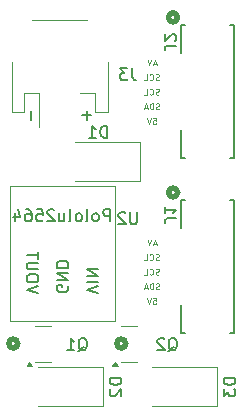
<source format=gbr>
%TF.GenerationSoftware,KiCad,Pcbnew,9.0.1*%
%TF.CreationDate,2025-06-09T01:02:34-04:00*%
%TF.ProjectId,Pneumatactors_1Xiao_PiezoPumps_2Valves,506e6575-6d61-4746-9163-746f72735f31,rev?*%
%TF.SameCoordinates,Original*%
%TF.FileFunction,Legend,Bot*%
%TF.FilePolarity,Positive*%
%FSLAX46Y46*%
G04 Gerber Fmt 4.6, Leading zero omitted, Abs format (unit mm)*
G04 Created by KiCad (PCBNEW 9.0.1) date 2025-06-09 01:02:34*
%MOMM*%
%LPD*%
G01*
G04 APERTURE LIST*
%ADD10C,0.150000*%
%ADD11C,0.125000*%
%ADD12C,0.508000*%
%ADD13C,0.120000*%
%ADD14C,0.152400*%
%ADD15C,0.100000*%
G04 APERTURE END LIST*
D10*
X32712866Y-61976048D02*
X32712866Y-62737953D01*
D11*
X43259332Y-57993952D02*
X43021237Y-57993952D01*
X43306951Y-58136809D02*
X43140285Y-57636809D01*
X43140285Y-57636809D02*
X42973618Y-58136809D01*
X42878380Y-57636809D02*
X42711714Y-58136809D01*
X42711714Y-58136809D02*
X42545047Y-57636809D01*
D10*
X37411866Y-61976048D02*
X37411866Y-62737953D01*
X37792819Y-62357000D02*
X37030914Y-62357000D01*
D11*
X43021237Y-77829809D02*
X43259332Y-77829809D01*
X43259332Y-77829809D02*
X43283141Y-78067904D01*
X43283141Y-78067904D02*
X43259332Y-78044095D01*
X43259332Y-78044095D02*
X43211713Y-78020285D01*
X43211713Y-78020285D02*
X43092665Y-78020285D01*
X43092665Y-78020285D02*
X43045046Y-78044095D01*
X43045046Y-78044095D02*
X43021237Y-78067904D01*
X43021237Y-78067904D02*
X42997427Y-78115523D01*
X42997427Y-78115523D02*
X42997427Y-78234571D01*
X42997427Y-78234571D02*
X43021237Y-78282190D01*
X43021237Y-78282190D02*
X43045046Y-78306000D01*
X43045046Y-78306000D02*
X43092665Y-78329809D01*
X43092665Y-78329809D02*
X43211713Y-78329809D01*
X43211713Y-78329809D02*
X43259332Y-78306000D01*
X43259332Y-78306000D02*
X43283141Y-78282190D01*
X42854570Y-77829809D02*
X42687904Y-78329809D01*
X42687904Y-78329809D02*
X42521237Y-77829809D01*
X43521237Y-74591250D02*
X43449809Y-74615059D01*
X43449809Y-74615059D02*
X43330761Y-74615059D01*
X43330761Y-74615059D02*
X43283142Y-74591250D01*
X43283142Y-74591250D02*
X43259333Y-74567440D01*
X43259333Y-74567440D02*
X43235523Y-74519821D01*
X43235523Y-74519821D02*
X43235523Y-74472202D01*
X43235523Y-74472202D02*
X43259333Y-74424583D01*
X43259333Y-74424583D02*
X43283142Y-74400773D01*
X43283142Y-74400773D02*
X43330761Y-74376964D01*
X43330761Y-74376964D02*
X43425999Y-74353154D01*
X43425999Y-74353154D02*
X43473618Y-74329345D01*
X43473618Y-74329345D02*
X43497428Y-74305535D01*
X43497428Y-74305535D02*
X43521237Y-74257916D01*
X43521237Y-74257916D02*
X43521237Y-74210297D01*
X43521237Y-74210297D02*
X43497428Y-74162678D01*
X43497428Y-74162678D02*
X43473618Y-74138869D01*
X43473618Y-74138869D02*
X43425999Y-74115059D01*
X43425999Y-74115059D02*
X43306952Y-74115059D01*
X43306952Y-74115059D02*
X43235523Y-74138869D01*
X42735524Y-74567440D02*
X42759333Y-74591250D01*
X42759333Y-74591250D02*
X42830762Y-74615059D01*
X42830762Y-74615059D02*
X42878381Y-74615059D01*
X42878381Y-74615059D02*
X42949809Y-74591250D01*
X42949809Y-74591250D02*
X42997428Y-74543630D01*
X42997428Y-74543630D02*
X43021238Y-74496011D01*
X43021238Y-74496011D02*
X43045047Y-74400773D01*
X43045047Y-74400773D02*
X43045047Y-74329345D01*
X43045047Y-74329345D02*
X43021238Y-74234107D01*
X43021238Y-74234107D02*
X42997428Y-74186488D01*
X42997428Y-74186488D02*
X42949809Y-74138869D01*
X42949809Y-74138869D02*
X42878381Y-74115059D01*
X42878381Y-74115059D02*
X42830762Y-74115059D01*
X42830762Y-74115059D02*
X42759333Y-74138869D01*
X42759333Y-74138869D02*
X42735524Y-74162678D01*
X42283143Y-74615059D02*
X42521238Y-74615059D01*
X42521238Y-74615059D02*
X42521238Y-74115059D01*
X43021237Y-62589809D02*
X43259332Y-62589809D01*
X43259332Y-62589809D02*
X43283141Y-62827904D01*
X43283141Y-62827904D02*
X43259332Y-62804095D01*
X43259332Y-62804095D02*
X43211713Y-62780285D01*
X43211713Y-62780285D02*
X43092665Y-62780285D01*
X43092665Y-62780285D02*
X43045046Y-62804095D01*
X43045046Y-62804095D02*
X43021237Y-62827904D01*
X43021237Y-62827904D02*
X42997427Y-62875523D01*
X42997427Y-62875523D02*
X42997427Y-62994571D01*
X42997427Y-62994571D02*
X43021237Y-63042190D01*
X43021237Y-63042190D02*
X43045046Y-63066000D01*
X43045046Y-63066000D02*
X43092665Y-63089809D01*
X43092665Y-63089809D02*
X43211713Y-63089809D01*
X43211713Y-63089809D02*
X43259332Y-63066000D01*
X43259332Y-63066000D02*
X43283141Y-63042190D01*
X42854570Y-62589809D02*
X42687904Y-63089809D01*
X42687904Y-63089809D02*
X42521237Y-62589809D01*
X43521237Y-59351250D02*
X43449809Y-59375059D01*
X43449809Y-59375059D02*
X43330761Y-59375059D01*
X43330761Y-59375059D02*
X43283142Y-59351250D01*
X43283142Y-59351250D02*
X43259333Y-59327440D01*
X43259333Y-59327440D02*
X43235523Y-59279821D01*
X43235523Y-59279821D02*
X43235523Y-59232202D01*
X43235523Y-59232202D02*
X43259333Y-59184583D01*
X43259333Y-59184583D02*
X43283142Y-59160773D01*
X43283142Y-59160773D02*
X43330761Y-59136964D01*
X43330761Y-59136964D02*
X43425999Y-59113154D01*
X43425999Y-59113154D02*
X43473618Y-59089345D01*
X43473618Y-59089345D02*
X43497428Y-59065535D01*
X43497428Y-59065535D02*
X43521237Y-59017916D01*
X43521237Y-59017916D02*
X43521237Y-58970297D01*
X43521237Y-58970297D02*
X43497428Y-58922678D01*
X43497428Y-58922678D02*
X43473618Y-58898869D01*
X43473618Y-58898869D02*
X43425999Y-58875059D01*
X43425999Y-58875059D02*
X43306952Y-58875059D01*
X43306952Y-58875059D02*
X43235523Y-58898869D01*
X42735524Y-59327440D02*
X42759333Y-59351250D01*
X42759333Y-59351250D02*
X42830762Y-59375059D01*
X42830762Y-59375059D02*
X42878381Y-59375059D01*
X42878381Y-59375059D02*
X42949809Y-59351250D01*
X42949809Y-59351250D02*
X42997428Y-59303630D01*
X42997428Y-59303630D02*
X43021238Y-59256011D01*
X43021238Y-59256011D02*
X43045047Y-59160773D01*
X43045047Y-59160773D02*
X43045047Y-59089345D01*
X43045047Y-59089345D02*
X43021238Y-58994107D01*
X43021238Y-58994107D02*
X42997428Y-58946488D01*
X42997428Y-58946488D02*
X42949809Y-58898869D01*
X42949809Y-58898869D02*
X42878381Y-58875059D01*
X42878381Y-58875059D02*
X42830762Y-58875059D01*
X42830762Y-58875059D02*
X42759333Y-58898869D01*
X42759333Y-58898869D02*
X42735524Y-58922678D01*
X42283143Y-59375059D02*
X42521238Y-59375059D01*
X42521238Y-59375059D02*
X42521238Y-58875059D01*
X43259332Y-73233952D02*
X43021237Y-73233952D01*
X43306951Y-73376809D02*
X43140285Y-72876809D01*
X43140285Y-72876809D02*
X42973618Y-73376809D01*
X42878380Y-72876809D02*
X42711714Y-73376809D01*
X42711714Y-73376809D02*
X42545047Y-72876809D01*
X43521237Y-75829500D02*
X43449809Y-75853309D01*
X43449809Y-75853309D02*
X43330761Y-75853309D01*
X43330761Y-75853309D02*
X43283142Y-75829500D01*
X43283142Y-75829500D02*
X43259333Y-75805690D01*
X43259333Y-75805690D02*
X43235523Y-75758071D01*
X43235523Y-75758071D02*
X43235523Y-75710452D01*
X43235523Y-75710452D02*
X43259333Y-75662833D01*
X43259333Y-75662833D02*
X43283142Y-75639023D01*
X43283142Y-75639023D02*
X43330761Y-75615214D01*
X43330761Y-75615214D02*
X43425999Y-75591404D01*
X43425999Y-75591404D02*
X43473618Y-75567595D01*
X43473618Y-75567595D02*
X43497428Y-75543785D01*
X43497428Y-75543785D02*
X43521237Y-75496166D01*
X43521237Y-75496166D02*
X43521237Y-75448547D01*
X43521237Y-75448547D02*
X43497428Y-75400928D01*
X43497428Y-75400928D02*
X43473618Y-75377119D01*
X43473618Y-75377119D02*
X43425999Y-75353309D01*
X43425999Y-75353309D02*
X43306952Y-75353309D01*
X43306952Y-75353309D02*
X43235523Y-75377119D01*
X42735524Y-75805690D02*
X42759333Y-75829500D01*
X42759333Y-75829500D02*
X42830762Y-75853309D01*
X42830762Y-75853309D02*
X42878381Y-75853309D01*
X42878381Y-75853309D02*
X42949809Y-75829500D01*
X42949809Y-75829500D02*
X42997428Y-75781880D01*
X42997428Y-75781880D02*
X43021238Y-75734261D01*
X43021238Y-75734261D02*
X43045047Y-75639023D01*
X43045047Y-75639023D02*
X43045047Y-75567595D01*
X43045047Y-75567595D02*
X43021238Y-75472357D01*
X43021238Y-75472357D02*
X42997428Y-75424738D01*
X42997428Y-75424738D02*
X42949809Y-75377119D01*
X42949809Y-75377119D02*
X42878381Y-75353309D01*
X42878381Y-75353309D02*
X42830762Y-75353309D01*
X42830762Y-75353309D02*
X42759333Y-75377119D01*
X42759333Y-75377119D02*
X42735524Y-75400928D01*
X42283143Y-75853309D02*
X42521238Y-75853309D01*
X42521238Y-75853309D02*
X42521238Y-75353309D01*
X43533141Y-77067750D02*
X43461713Y-77091559D01*
X43461713Y-77091559D02*
X43342665Y-77091559D01*
X43342665Y-77091559D02*
X43295046Y-77067750D01*
X43295046Y-77067750D02*
X43271237Y-77043940D01*
X43271237Y-77043940D02*
X43247427Y-76996321D01*
X43247427Y-76996321D02*
X43247427Y-76948702D01*
X43247427Y-76948702D02*
X43271237Y-76901083D01*
X43271237Y-76901083D02*
X43295046Y-76877273D01*
X43295046Y-76877273D02*
X43342665Y-76853464D01*
X43342665Y-76853464D02*
X43437903Y-76829654D01*
X43437903Y-76829654D02*
X43485522Y-76805845D01*
X43485522Y-76805845D02*
X43509332Y-76782035D01*
X43509332Y-76782035D02*
X43533141Y-76734416D01*
X43533141Y-76734416D02*
X43533141Y-76686797D01*
X43533141Y-76686797D02*
X43509332Y-76639178D01*
X43509332Y-76639178D02*
X43485522Y-76615369D01*
X43485522Y-76615369D02*
X43437903Y-76591559D01*
X43437903Y-76591559D02*
X43318856Y-76591559D01*
X43318856Y-76591559D02*
X43247427Y-76615369D01*
X43033142Y-77091559D02*
X43033142Y-76591559D01*
X43033142Y-76591559D02*
X42914094Y-76591559D01*
X42914094Y-76591559D02*
X42842666Y-76615369D01*
X42842666Y-76615369D02*
X42795047Y-76662988D01*
X42795047Y-76662988D02*
X42771237Y-76710607D01*
X42771237Y-76710607D02*
X42747428Y-76805845D01*
X42747428Y-76805845D02*
X42747428Y-76877273D01*
X42747428Y-76877273D02*
X42771237Y-76972511D01*
X42771237Y-76972511D02*
X42795047Y-77020130D01*
X42795047Y-77020130D02*
X42842666Y-77067750D01*
X42842666Y-77067750D02*
X42914094Y-77091559D01*
X42914094Y-77091559D02*
X43033142Y-77091559D01*
X42556951Y-76948702D02*
X42318856Y-76948702D01*
X42604570Y-77091559D02*
X42437904Y-76591559D01*
X42437904Y-76591559D02*
X42271237Y-77091559D01*
X43521237Y-60589500D02*
X43449809Y-60613309D01*
X43449809Y-60613309D02*
X43330761Y-60613309D01*
X43330761Y-60613309D02*
X43283142Y-60589500D01*
X43283142Y-60589500D02*
X43259333Y-60565690D01*
X43259333Y-60565690D02*
X43235523Y-60518071D01*
X43235523Y-60518071D02*
X43235523Y-60470452D01*
X43235523Y-60470452D02*
X43259333Y-60422833D01*
X43259333Y-60422833D02*
X43283142Y-60399023D01*
X43283142Y-60399023D02*
X43330761Y-60375214D01*
X43330761Y-60375214D02*
X43425999Y-60351404D01*
X43425999Y-60351404D02*
X43473618Y-60327595D01*
X43473618Y-60327595D02*
X43497428Y-60303785D01*
X43497428Y-60303785D02*
X43521237Y-60256166D01*
X43521237Y-60256166D02*
X43521237Y-60208547D01*
X43521237Y-60208547D02*
X43497428Y-60160928D01*
X43497428Y-60160928D02*
X43473618Y-60137119D01*
X43473618Y-60137119D02*
X43425999Y-60113309D01*
X43425999Y-60113309D02*
X43306952Y-60113309D01*
X43306952Y-60113309D02*
X43235523Y-60137119D01*
X42735524Y-60565690D02*
X42759333Y-60589500D01*
X42759333Y-60589500D02*
X42830762Y-60613309D01*
X42830762Y-60613309D02*
X42878381Y-60613309D01*
X42878381Y-60613309D02*
X42949809Y-60589500D01*
X42949809Y-60589500D02*
X42997428Y-60541880D01*
X42997428Y-60541880D02*
X43021238Y-60494261D01*
X43021238Y-60494261D02*
X43045047Y-60399023D01*
X43045047Y-60399023D02*
X43045047Y-60327595D01*
X43045047Y-60327595D02*
X43021238Y-60232357D01*
X43021238Y-60232357D02*
X42997428Y-60184738D01*
X42997428Y-60184738D02*
X42949809Y-60137119D01*
X42949809Y-60137119D02*
X42878381Y-60113309D01*
X42878381Y-60113309D02*
X42830762Y-60113309D01*
X42830762Y-60113309D02*
X42759333Y-60137119D01*
X42759333Y-60137119D02*
X42735524Y-60160928D01*
X42283143Y-60613309D02*
X42521238Y-60613309D01*
X42521238Y-60613309D02*
X42521238Y-60113309D01*
X43533141Y-61827750D02*
X43461713Y-61851559D01*
X43461713Y-61851559D02*
X43342665Y-61851559D01*
X43342665Y-61851559D02*
X43295046Y-61827750D01*
X43295046Y-61827750D02*
X43271237Y-61803940D01*
X43271237Y-61803940D02*
X43247427Y-61756321D01*
X43247427Y-61756321D02*
X43247427Y-61708702D01*
X43247427Y-61708702D02*
X43271237Y-61661083D01*
X43271237Y-61661083D02*
X43295046Y-61637273D01*
X43295046Y-61637273D02*
X43342665Y-61613464D01*
X43342665Y-61613464D02*
X43437903Y-61589654D01*
X43437903Y-61589654D02*
X43485522Y-61565845D01*
X43485522Y-61565845D02*
X43509332Y-61542035D01*
X43509332Y-61542035D02*
X43533141Y-61494416D01*
X43533141Y-61494416D02*
X43533141Y-61446797D01*
X43533141Y-61446797D02*
X43509332Y-61399178D01*
X43509332Y-61399178D02*
X43485522Y-61375369D01*
X43485522Y-61375369D02*
X43437903Y-61351559D01*
X43437903Y-61351559D02*
X43318856Y-61351559D01*
X43318856Y-61351559D02*
X43247427Y-61375369D01*
X43033142Y-61851559D02*
X43033142Y-61351559D01*
X43033142Y-61351559D02*
X42914094Y-61351559D01*
X42914094Y-61351559D02*
X42842666Y-61375369D01*
X42842666Y-61375369D02*
X42795047Y-61422988D01*
X42795047Y-61422988D02*
X42771237Y-61470607D01*
X42771237Y-61470607D02*
X42747428Y-61565845D01*
X42747428Y-61565845D02*
X42747428Y-61637273D01*
X42747428Y-61637273D02*
X42771237Y-61732511D01*
X42771237Y-61732511D02*
X42795047Y-61780130D01*
X42795047Y-61780130D02*
X42842666Y-61827750D01*
X42842666Y-61827750D02*
X42914094Y-61851559D01*
X42914094Y-61851559D02*
X43033142Y-61851559D01*
X42556951Y-61708702D02*
X42318856Y-61708702D01*
X42604570Y-61851559D02*
X42437904Y-61351559D01*
X42437904Y-61351559D02*
X42271237Y-61851559D01*
D10*
X40332819Y-84610406D02*
X39332819Y-84610406D01*
X39332819Y-84610406D02*
X39332819Y-84848501D01*
X39332819Y-84848501D02*
X39380438Y-84991358D01*
X39380438Y-84991358D02*
X39475676Y-85086596D01*
X39475676Y-85086596D02*
X39570914Y-85134215D01*
X39570914Y-85134215D02*
X39761390Y-85181834D01*
X39761390Y-85181834D02*
X39904247Y-85181834D01*
X39904247Y-85181834D02*
X40094723Y-85134215D01*
X40094723Y-85134215D02*
X40189961Y-85086596D01*
X40189961Y-85086596D02*
X40285200Y-84991358D01*
X40285200Y-84991358D02*
X40332819Y-84848501D01*
X40332819Y-84848501D02*
X40332819Y-84610406D01*
X39428057Y-85562787D02*
X39380438Y-85610406D01*
X39380438Y-85610406D02*
X39332819Y-85705644D01*
X39332819Y-85705644D02*
X39332819Y-85943739D01*
X39332819Y-85943739D02*
X39380438Y-86038977D01*
X39380438Y-86038977D02*
X39428057Y-86086596D01*
X39428057Y-86086596D02*
X39523295Y-86134215D01*
X39523295Y-86134215D02*
X39618533Y-86134215D01*
X39618533Y-86134215D02*
X39761390Y-86086596D01*
X39761390Y-86086596D02*
X40332819Y-85515168D01*
X40332819Y-85515168D02*
X40332819Y-86134215D01*
X39124094Y-64248819D02*
X39124094Y-63248819D01*
X39124094Y-63248819D02*
X38885999Y-63248819D01*
X38885999Y-63248819D02*
X38743142Y-63296438D01*
X38743142Y-63296438D02*
X38647904Y-63391676D01*
X38647904Y-63391676D02*
X38600285Y-63486914D01*
X38600285Y-63486914D02*
X38552666Y-63677390D01*
X38552666Y-63677390D02*
X38552666Y-63820247D01*
X38552666Y-63820247D02*
X38600285Y-64010723D01*
X38600285Y-64010723D02*
X38647904Y-64105961D01*
X38647904Y-64105961D02*
X38743142Y-64201200D01*
X38743142Y-64201200D02*
X38885999Y-64248819D01*
X38885999Y-64248819D02*
X39124094Y-64248819D01*
X37600285Y-64248819D02*
X38171713Y-64248819D01*
X37885999Y-64248819D02*
X37885999Y-63248819D01*
X37885999Y-63248819D02*
X37981237Y-63391676D01*
X37981237Y-63391676D02*
X38076475Y-63486914D01*
X38076475Y-63486914D02*
X38171713Y-63534533D01*
X41227333Y-58382819D02*
X41227333Y-59097104D01*
X41227333Y-59097104D02*
X41274952Y-59239961D01*
X41274952Y-59239961D02*
X41370190Y-59335200D01*
X41370190Y-59335200D02*
X41513047Y-59382819D01*
X41513047Y-59382819D02*
X41608285Y-59382819D01*
X40846380Y-58382819D02*
X40227333Y-58382819D01*
X40227333Y-58382819D02*
X40560666Y-58763771D01*
X40560666Y-58763771D02*
X40417809Y-58763771D01*
X40417809Y-58763771D02*
X40322571Y-58811390D01*
X40322571Y-58811390D02*
X40274952Y-58859009D01*
X40274952Y-58859009D02*
X40227333Y-58954247D01*
X40227333Y-58954247D02*
X40227333Y-59192342D01*
X40227333Y-59192342D02*
X40274952Y-59287580D01*
X40274952Y-59287580D02*
X40322571Y-59335200D01*
X40322571Y-59335200D02*
X40417809Y-59382819D01*
X40417809Y-59382819D02*
X40703523Y-59382819D01*
X40703523Y-59382819D02*
X40798761Y-59335200D01*
X40798761Y-59335200D02*
X40846380Y-59287580D01*
X44995180Y-71082333D02*
X44280895Y-71082333D01*
X44280895Y-71082333D02*
X44138038Y-71129952D01*
X44138038Y-71129952D02*
X44042800Y-71225190D01*
X44042800Y-71225190D02*
X43995180Y-71368047D01*
X43995180Y-71368047D02*
X43995180Y-71463285D01*
X43995180Y-70082333D02*
X43995180Y-70653761D01*
X43995180Y-70368047D02*
X44995180Y-70368047D01*
X44995180Y-70368047D02*
X44852323Y-70463285D01*
X44852323Y-70463285D02*
X44757085Y-70558523D01*
X44757085Y-70558523D02*
X44709466Y-70653761D01*
X36671238Y-82338057D02*
X36766476Y-82290438D01*
X36766476Y-82290438D02*
X36861714Y-82195200D01*
X36861714Y-82195200D02*
X37004571Y-82052342D01*
X37004571Y-82052342D02*
X37099809Y-82004723D01*
X37099809Y-82004723D02*
X37195047Y-82004723D01*
X37147428Y-82242819D02*
X37242666Y-82195200D01*
X37242666Y-82195200D02*
X37337904Y-82099961D01*
X37337904Y-82099961D02*
X37385523Y-81909485D01*
X37385523Y-81909485D02*
X37385523Y-81576152D01*
X37385523Y-81576152D02*
X37337904Y-81385676D01*
X37337904Y-81385676D02*
X37242666Y-81290438D01*
X37242666Y-81290438D02*
X37147428Y-81242819D01*
X37147428Y-81242819D02*
X36956952Y-81242819D01*
X36956952Y-81242819D02*
X36861714Y-81290438D01*
X36861714Y-81290438D02*
X36766476Y-81385676D01*
X36766476Y-81385676D02*
X36718857Y-81576152D01*
X36718857Y-81576152D02*
X36718857Y-81909485D01*
X36718857Y-81909485D02*
X36766476Y-82099961D01*
X36766476Y-82099961D02*
X36861714Y-82195200D01*
X36861714Y-82195200D02*
X36956952Y-82242819D01*
X36956952Y-82242819D02*
X37147428Y-82242819D01*
X35766476Y-82242819D02*
X36337904Y-82242819D01*
X36052190Y-82242819D02*
X36052190Y-81242819D01*
X36052190Y-81242819D02*
X36147428Y-81385676D01*
X36147428Y-81385676D02*
X36242666Y-81480914D01*
X36242666Y-81480914D02*
X36337904Y-81528533D01*
X44291238Y-82338057D02*
X44386476Y-82290438D01*
X44386476Y-82290438D02*
X44481714Y-82195200D01*
X44481714Y-82195200D02*
X44624571Y-82052342D01*
X44624571Y-82052342D02*
X44719809Y-82004723D01*
X44719809Y-82004723D02*
X44815047Y-82004723D01*
X44767428Y-82242819D02*
X44862666Y-82195200D01*
X44862666Y-82195200D02*
X44957904Y-82099961D01*
X44957904Y-82099961D02*
X45005523Y-81909485D01*
X45005523Y-81909485D02*
X45005523Y-81576152D01*
X45005523Y-81576152D02*
X44957904Y-81385676D01*
X44957904Y-81385676D02*
X44862666Y-81290438D01*
X44862666Y-81290438D02*
X44767428Y-81242819D01*
X44767428Y-81242819D02*
X44576952Y-81242819D01*
X44576952Y-81242819D02*
X44481714Y-81290438D01*
X44481714Y-81290438D02*
X44386476Y-81385676D01*
X44386476Y-81385676D02*
X44338857Y-81576152D01*
X44338857Y-81576152D02*
X44338857Y-81909485D01*
X44338857Y-81909485D02*
X44386476Y-82099961D01*
X44386476Y-82099961D02*
X44481714Y-82195200D01*
X44481714Y-82195200D02*
X44576952Y-82242819D01*
X44576952Y-82242819D02*
X44767428Y-82242819D01*
X43957904Y-81338057D02*
X43910285Y-81290438D01*
X43910285Y-81290438D02*
X43815047Y-81242819D01*
X43815047Y-81242819D02*
X43576952Y-81242819D01*
X43576952Y-81242819D02*
X43481714Y-81290438D01*
X43481714Y-81290438D02*
X43434095Y-81338057D01*
X43434095Y-81338057D02*
X43386476Y-81433295D01*
X43386476Y-81433295D02*
X43386476Y-81528533D01*
X43386476Y-81528533D02*
X43434095Y-81671390D01*
X43434095Y-81671390D02*
X44005523Y-82242819D01*
X44005523Y-82242819D02*
X43386476Y-82242819D01*
X44995180Y-56467333D02*
X44280895Y-56467333D01*
X44280895Y-56467333D02*
X44138038Y-56514952D01*
X44138038Y-56514952D02*
X44042800Y-56610190D01*
X44042800Y-56610190D02*
X43995180Y-56753047D01*
X43995180Y-56753047D02*
X43995180Y-56848285D01*
X44899942Y-56038761D02*
X44947561Y-55991142D01*
X44947561Y-55991142D02*
X44995180Y-55895904D01*
X44995180Y-55895904D02*
X44995180Y-55657809D01*
X44995180Y-55657809D02*
X44947561Y-55562571D01*
X44947561Y-55562571D02*
X44899942Y-55514952D01*
X44899942Y-55514952D02*
X44804704Y-55467333D01*
X44804704Y-55467333D02*
X44709466Y-55467333D01*
X44709466Y-55467333D02*
X44566609Y-55514952D01*
X44566609Y-55514952D02*
X43995180Y-56086380D01*
X43995180Y-56086380D02*
X43995180Y-55467333D01*
X49984819Y-84610406D02*
X48984819Y-84610406D01*
X48984819Y-84610406D02*
X48984819Y-84848501D01*
X48984819Y-84848501D02*
X49032438Y-84991358D01*
X49032438Y-84991358D02*
X49127676Y-85086596D01*
X49127676Y-85086596D02*
X49222914Y-85134215D01*
X49222914Y-85134215D02*
X49413390Y-85181834D01*
X49413390Y-85181834D02*
X49556247Y-85181834D01*
X49556247Y-85181834D02*
X49746723Y-85134215D01*
X49746723Y-85134215D02*
X49841961Y-85086596D01*
X49841961Y-85086596D02*
X49937200Y-84991358D01*
X49937200Y-84991358D02*
X49984819Y-84848501D01*
X49984819Y-84848501D02*
X49984819Y-84610406D01*
X48984819Y-85515168D02*
X48984819Y-86134215D01*
X48984819Y-86134215D02*
X49365771Y-85800882D01*
X49365771Y-85800882D02*
X49365771Y-85943739D01*
X49365771Y-85943739D02*
X49413390Y-86038977D01*
X49413390Y-86038977D02*
X49461009Y-86086596D01*
X49461009Y-86086596D02*
X49556247Y-86134215D01*
X49556247Y-86134215D02*
X49794342Y-86134215D01*
X49794342Y-86134215D02*
X49889580Y-86086596D01*
X49889580Y-86086596D02*
X49937200Y-86038977D01*
X49937200Y-86038977D02*
X49984819Y-85943739D01*
X49984819Y-85943739D02*
X49984819Y-85658025D01*
X49984819Y-85658025D02*
X49937200Y-85562787D01*
X49937200Y-85562787D02*
X49889580Y-85515168D01*
X41655904Y-70574819D02*
X41655904Y-71384342D01*
X41655904Y-71384342D02*
X41608285Y-71479580D01*
X41608285Y-71479580D02*
X41560666Y-71527200D01*
X41560666Y-71527200D02*
X41465428Y-71574819D01*
X41465428Y-71574819D02*
X41274952Y-71574819D01*
X41274952Y-71574819D02*
X41179714Y-71527200D01*
X41179714Y-71527200D02*
X41132095Y-71479580D01*
X41132095Y-71479580D02*
X41084476Y-71384342D01*
X41084476Y-71384342D02*
X41084476Y-70574819D01*
X40655904Y-70670057D02*
X40608285Y-70622438D01*
X40608285Y-70622438D02*
X40513047Y-70574819D01*
X40513047Y-70574819D02*
X40274952Y-70574819D01*
X40274952Y-70574819D02*
X40179714Y-70622438D01*
X40179714Y-70622438D02*
X40132095Y-70670057D01*
X40132095Y-70670057D02*
X40084476Y-70765295D01*
X40084476Y-70765295D02*
X40084476Y-70860533D01*
X40084476Y-70860533D02*
X40132095Y-71003390D01*
X40132095Y-71003390D02*
X40703523Y-71574819D01*
X40703523Y-71574819D02*
X40084476Y-71574819D01*
X33311180Y-77442077D02*
X32311180Y-77108744D01*
X32311180Y-77108744D02*
X33311180Y-76775411D01*
X33311180Y-76251601D02*
X33311180Y-76061125D01*
X33311180Y-76061125D02*
X33263561Y-75965887D01*
X33263561Y-75965887D02*
X33168323Y-75870649D01*
X33168323Y-75870649D02*
X32977847Y-75823030D01*
X32977847Y-75823030D02*
X32644514Y-75823030D01*
X32644514Y-75823030D02*
X32454038Y-75870649D01*
X32454038Y-75870649D02*
X32358800Y-75965887D01*
X32358800Y-75965887D02*
X32311180Y-76061125D01*
X32311180Y-76061125D02*
X32311180Y-76251601D01*
X32311180Y-76251601D02*
X32358800Y-76346839D01*
X32358800Y-76346839D02*
X32454038Y-76442077D01*
X32454038Y-76442077D02*
X32644514Y-76489696D01*
X32644514Y-76489696D02*
X32977847Y-76489696D01*
X32977847Y-76489696D02*
X33168323Y-76442077D01*
X33168323Y-76442077D02*
X33263561Y-76346839D01*
X33263561Y-76346839D02*
X33311180Y-76251601D01*
X33311180Y-75394458D02*
X32501657Y-75394458D01*
X32501657Y-75394458D02*
X32406419Y-75346839D01*
X32406419Y-75346839D02*
X32358800Y-75299220D01*
X32358800Y-75299220D02*
X32311180Y-75203982D01*
X32311180Y-75203982D02*
X32311180Y-75013506D01*
X32311180Y-75013506D02*
X32358800Y-74918268D01*
X32358800Y-74918268D02*
X32406419Y-74870649D01*
X32406419Y-74870649D02*
X32501657Y-74823030D01*
X32501657Y-74823030D02*
X33311180Y-74823030D01*
X33311180Y-74489696D02*
X33311180Y-73918268D01*
X32311180Y-74203982D02*
X33311180Y-74203982D01*
X39353619Y-71320819D02*
X39353619Y-70320819D01*
X39353619Y-70320819D02*
X38972667Y-70320819D01*
X38972667Y-70320819D02*
X38877429Y-70368438D01*
X38877429Y-70368438D02*
X38829810Y-70416057D01*
X38829810Y-70416057D02*
X38782191Y-70511295D01*
X38782191Y-70511295D02*
X38782191Y-70654152D01*
X38782191Y-70654152D02*
X38829810Y-70749390D01*
X38829810Y-70749390D02*
X38877429Y-70797009D01*
X38877429Y-70797009D02*
X38972667Y-70844628D01*
X38972667Y-70844628D02*
X39353619Y-70844628D01*
X38210762Y-71320819D02*
X38306000Y-71273200D01*
X38306000Y-71273200D02*
X38353619Y-71225580D01*
X38353619Y-71225580D02*
X38401238Y-71130342D01*
X38401238Y-71130342D02*
X38401238Y-70844628D01*
X38401238Y-70844628D02*
X38353619Y-70749390D01*
X38353619Y-70749390D02*
X38306000Y-70701771D01*
X38306000Y-70701771D02*
X38210762Y-70654152D01*
X38210762Y-70654152D02*
X38067905Y-70654152D01*
X38067905Y-70654152D02*
X37972667Y-70701771D01*
X37972667Y-70701771D02*
X37925048Y-70749390D01*
X37925048Y-70749390D02*
X37877429Y-70844628D01*
X37877429Y-70844628D02*
X37877429Y-71130342D01*
X37877429Y-71130342D02*
X37925048Y-71225580D01*
X37925048Y-71225580D02*
X37972667Y-71273200D01*
X37972667Y-71273200D02*
X38067905Y-71320819D01*
X38067905Y-71320819D02*
X38210762Y-71320819D01*
X37306000Y-71320819D02*
X37401238Y-71273200D01*
X37401238Y-71273200D02*
X37448857Y-71177961D01*
X37448857Y-71177961D02*
X37448857Y-70320819D01*
X36782190Y-71320819D02*
X36877428Y-71273200D01*
X36877428Y-71273200D02*
X36925047Y-71225580D01*
X36925047Y-71225580D02*
X36972666Y-71130342D01*
X36972666Y-71130342D02*
X36972666Y-70844628D01*
X36972666Y-70844628D02*
X36925047Y-70749390D01*
X36925047Y-70749390D02*
X36877428Y-70701771D01*
X36877428Y-70701771D02*
X36782190Y-70654152D01*
X36782190Y-70654152D02*
X36639333Y-70654152D01*
X36639333Y-70654152D02*
X36544095Y-70701771D01*
X36544095Y-70701771D02*
X36496476Y-70749390D01*
X36496476Y-70749390D02*
X36448857Y-70844628D01*
X36448857Y-70844628D02*
X36448857Y-71130342D01*
X36448857Y-71130342D02*
X36496476Y-71225580D01*
X36496476Y-71225580D02*
X36544095Y-71273200D01*
X36544095Y-71273200D02*
X36639333Y-71320819D01*
X36639333Y-71320819D02*
X36782190Y-71320819D01*
X35877428Y-71320819D02*
X35972666Y-71273200D01*
X35972666Y-71273200D02*
X36020285Y-71177961D01*
X36020285Y-71177961D02*
X36020285Y-70320819D01*
X35067904Y-70654152D02*
X35067904Y-71320819D01*
X35496475Y-70654152D02*
X35496475Y-71177961D01*
X35496475Y-71177961D02*
X35448856Y-71273200D01*
X35448856Y-71273200D02*
X35353618Y-71320819D01*
X35353618Y-71320819D02*
X35210761Y-71320819D01*
X35210761Y-71320819D02*
X35115523Y-71273200D01*
X35115523Y-71273200D02*
X35067904Y-71225580D01*
X34639332Y-70416057D02*
X34591713Y-70368438D01*
X34591713Y-70368438D02*
X34496475Y-70320819D01*
X34496475Y-70320819D02*
X34258380Y-70320819D01*
X34258380Y-70320819D02*
X34163142Y-70368438D01*
X34163142Y-70368438D02*
X34115523Y-70416057D01*
X34115523Y-70416057D02*
X34067904Y-70511295D01*
X34067904Y-70511295D02*
X34067904Y-70606533D01*
X34067904Y-70606533D02*
X34115523Y-70749390D01*
X34115523Y-70749390D02*
X34686951Y-71320819D01*
X34686951Y-71320819D02*
X34067904Y-71320819D01*
X33163142Y-70320819D02*
X33639332Y-70320819D01*
X33639332Y-70320819D02*
X33686951Y-70797009D01*
X33686951Y-70797009D02*
X33639332Y-70749390D01*
X33639332Y-70749390D02*
X33544094Y-70701771D01*
X33544094Y-70701771D02*
X33305999Y-70701771D01*
X33305999Y-70701771D02*
X33210761Y-70749390D01*
X33210761Y-70749390D02*
X33163142Y-70797009D01*
X33163142Y-70797009D02*
X33115523Y-70892247D01*
X33115523Y-70892247D02*
X33115523Y-71130342D01*
X33115523Y-71130342D02*
X33163142Y-71225580D01*
X33163142Y-71225580D02*
X33210761Y-71273200D01*
X33210761Y-71273200D02*
X33305999Y-71320819D01*
X33305999Y-71320819D02*
X33544094Y-71320819D01*
X33544094Y-71320819D02*
X33639332Y-71273200D01*
X33639332Y-71273200D02*
X33686951Y-71225580D01*
X32258380Y-70320819D02*
X32448856Y-70320819D01*
X32448856Y-70320819D02*
X32544094Y-70368438D01*
X32544094Y-70368438D02*
X32591713Y-70416057D01*
X32591713Y-70416057D02*
X32686951Y-70558914D01*
X32686951Y-70558914D02*
X32734570Y-70749390D01*
X32734570Y-70749390D02*
X32734570Y-71130342D01*
X32734570Y-71130342D02*
X32686951Y-71225580D01*
X32686951Y-71225580D02*
X32639332Y-71273200D01*
X32639332Y-71273200D02*
X32544094Y-71320819D01*
X32544094Y-71320819D02*
X32353618Y-71320819D01*
X32353618Y-71320819D02*
X32258380Y-71273200D01*
X32258380Y-71273200D02*
X32210761Y-71225580D01*
X32210761Y-71225580D02*
X32163142Y-71130342D01*
X32163142Y-71130342D02*
X32163142Y-70892247D01*
X32163142Y-70892247D02*
X32210761Y-70797009D01*
X32210761Y-70797009D02*
X32258380Y-70749390D01*
X32258380Y-70749390D02*
X32353618Y-70701771D01*
X32353618Y-70701771D02*
X32544094Y-70701771D01*
X32544094Y-70701771D02*
X32639332Y-70749390D01*
X32639332Y-70749390D02*
X32686951Y-70797009D01*
X32686951Y-70797009D02*
X32734570Y-70892247D01*
X31305999Y-70654152D02*
X31305999Y-71320819D01*
X31544094Y-70273200D02*
X31782189Y-70987485D01*
X31782189Y-70987485D02*
X31163142Y-70987485D01*
X38391180Y-77442077D02*
X37391180Y-77108744D01*
X37391180Y-77108744D02*
X38391180Y-76775411D01*
X37391180Y-76442077D02*
X38391180Y-76442077D01*
X37391180Y-75965887D02*
X38391180Y-75965887D01*
X38391180Y-75965887D02*
X37391180Y-75394459D01*
X37391180Y-75394459D02*
X38391180Y-75394459D01*
X35803561Y-76775411D02*
X35851180Y-76870649D01*
X35851180Y-76870649D02*
X35851180Y-77013506D01*
X35851180Y-77013506D02*
X35803561Y-77156363D01*
X35803561Y-77156363D02*
X35708323Y-77251601D01*
X35708323Y-77251601D02*
X35613085Y-77299220D01*
X35613085Y-77299220D02*
X35422609Y-77346839D01*
X35422609Y-77346839D02*
X35279752Y-77346839D01*
X35279752Y-77346839D02*
X35089276Y-77299220D01*
X35089276Y-77299220D02*
X34994038Y-77251601D01*
X34994038Y-77251601D02*
X34898800Y-77156363D01*
X34898800Y-77156363D02*
X34851180Y-77013506D01*
X34851180Y-77013506D02*
X34851180Y-76918268D01*
X34851180Y-76918268D02*
X34898800Y-76775411D01*
X34898800Y-76775411D02*
X34946419Y-76727792D01*
X34946419Y-76727792D02*
X35279752Y-76727792D01*
X35279752Y-76727792D02*
X35279752Y-76918268D01*
X34851180Y-76299220D02*
X35851180Y-76299220D01*
X35851180Y-76299220D02*
X34851180Y-75727792D01*
X34851180Y-75727792D02*
X35851180Y-75727792D01*
X34851180Y-75251601D02*
X35851180Y-75251601D01*
X35851180Y-75251601D02*
X35851180Y-75013506D01*
X35851180Y-75013506D02*
X35803561Y-74870649D01*
X35803561Y-74870649D02*
X35708323Y-74775411D01*
X35708323Y-74775411D02*
X35613085Y-74727792D01*
X35613085Y-74727792D02*
X35422609Y-74680173D01*
X35422609Y-74680173D02*
X35279752Y-74680173D01*
X35279752Y-74680173D02*
X35089276Y-74727792D01*
X35089276Y-74727792D02*
X34994038Y-74775411D01*
X34994038Y-74775411D02*
X34898800Y-74870649D01*
X34898800Y-74870649D02*
X34851180Y-75013506D01*
X34851180Y-75013506D02*
X34851180Y-75251601D01*
D12*
%TO.C,J5*%
X31559500Y-81682001D02*
G75*
G02*
X30797500Y-81682001I-381000J0D01*
G01*
X30797500Y-81682001D02*
G75*
G02*
X31559500Y-81682001I381000J0D01*
G01*
%TO.C,J6*%
X40703500Y-81682001D02*
G75*
G02*
X39941500Y-81682001I-381000J0D01*
G01*
X39941500Y-81682001D02*
G75*
G02*
X40703500Y-81682001I381000J0D01*
G01*
D13*
%TO.C,D2*%
X38816000Y-83698501D02*
X33306000Y-83698501D01*
X38816000Y-83698501D02*
X38816000Y-86998501D01*
X38816000Y-86998501D02*
X33306000Y-86998501D01*
%TO.C,D1*%
X41896000Y-64644000D02*
X36386000Y-64644000D01*
X41896000Y-64644000D02*
X41896000Y-67944000D01*
X41896000Y-67944000D02*
X36386000Y-67944000D01*
%TO.C,J3*%
X31040000Y-57840000D02*
X31040000Y-62090000D01*
X31040000Y-62090000D02*
X32060000Y-62090000D01*
X32060000Y-60490000D02*
X33340000Y-60490000D01*
X32060000Y-62090000D02*
X32060000Y-60490000D01*
X32760000Y-54270000D02*
X37440000Y-54270000D01*
X33340000Y-60490000D02*
X33340000Y-63380000D01*
X38140000Y-60490000D02*
X36860000Y-60490000D01*
X38140000Y-62090000D02*
X38140000Y-60490000D01*
X39160000Y-57840000D02*
X39160000Y-62090000D01*
X39160000Y-62090000D02*
X38140000Y-62090000D01*
D14*
%TO.C,J1*%
X45386000Y-69527900D02*
X45721859Y-69527900D01*
X45386000Y-71914860D02*
X45386000Y-69527900D01*
X45386000Y-80780100D02*
X45386000Y-78393140D01*
X45721859Y-80780100D02*
X45386000Y-80780100D01*
X49486139Y-69527900D02*
X49831000Y-69527900D01*
X49831000Y-69527900D02*
X49831000Y-80780100D01*
X49831000Y-80780100D02*
X49486139Y-80780100D01*
D12*
X45085000Y-68892900D02*
G75*
G02*
X44323000Y-68892900I-381000J0D01*
G01*
X44323000Y-68892900D02*
G75*
G02*
X45085000Y-68892900I381000J0D01*
G01*
D13*
%TO.C,Q1*%
X33703500Y-80162000D02*
X33053500Y-80162000D01*
X33703500Y-80162000D02*
X34353500Y-80162000D01*
X33703500Y-83282000D02*
X33053500Y-83282000D01*
X33703500Y-83282000D02*
X34353500Y-83282000D01*
X32781000Y-83562000D02*
X32301000Y-83562000D01*
X32541000Y-83232000D01*
X32781000Y-83562000D01*
G36*
X32781000Y-83562000D02*
G01*
X32301000Y-83562000D01*
X32541000Y-83232000D01*
X32781000Y-83562000D01*
G37*
%TO.C,Q2*%
X40972500Y-80162000D02*
X40322500Y-80162000D01*
X40972500Y-80162000D02*
X41622500Y-80162000D01*
X40972500Y-83282000D02*
X40322500Y-83282000D01*
X40972500Y-83282000D02*
X41622500Y-83282000D01*
X40050000Y-83562000D02*
X39570000Y-83562000D01*
X39810000Y-83232000D01*
X40050000Y-83562000D01*
G36*
X40050000Y-83562000D02*
G01*
X39570000Y-83562000D01*
X39810000Y-83232000D01*
X40050000Y-83562000D01*
G37*
D14*
%TO.C,J2*%
X45386000Y-54698900D02*
X45721859Y-54698900D01*
X45386000Y-57085860D02*
X45386000Y-54698900D01*
X45386000Y-65951100D02*
X45386000Y-63564140D01*
X45721859Y-65951100D02*
X45386000Y-65951100D01*
X49486139Y-54698900D02*
X49831000Y-54698900D01*
X49831000Y-54698900D02*
X49831000Y-65951100D01*
X49831000Y-65951100D02*
X49486139Y-65951100D01*
D12*
X45085000Y-54063900D02*
G75*
G02*
X44323000Y-54063900I-381000J0D01*
G01*
X44323000Y-54063900D02*
G75*
G02*
X45085000Y-54063900I381000J0D01*
G01*
D13*
%TO.C,D3*%
X48397500Y-83698501D02*
X42887500Y-83698501D01*
X48397500Y-83698501D02*
X48397500Y-86998501D01*
X48397500Y-86998501D02*
X42887500Y-86998501D01*
%TO.C,U2*%
D15*
X39751000Y-68326000D02*
X30861000Y-68326000D01*
X30861000Y-79756000D01*
X39751000Y-79756000D01*
X39751000Y-68326000D01*
%TD*%
M02*

</source>
